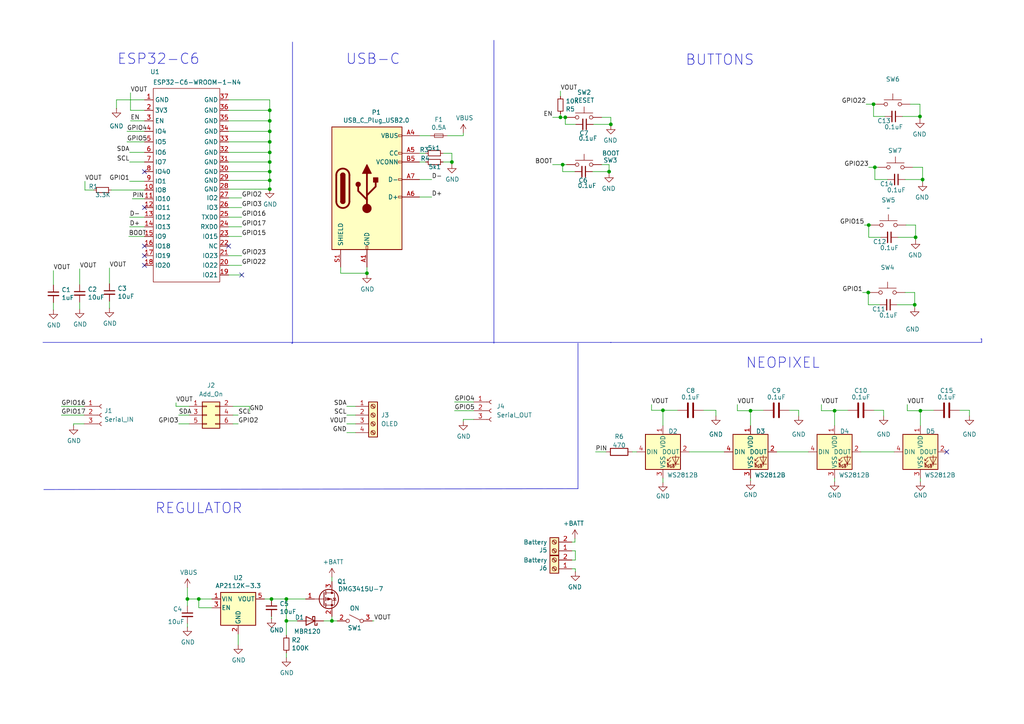
<source format=kicad_sch>
(kicad_sch (version 20231120) (generator "eeschema") (generator_version "8.0")
  (paper "A4")
  (lib_symbols
    (symbol "Connector:Conn_01x03_Socket" (pin_names (offset 1.016) hide)
      (property "Reference" "J" (at 0 5.08 0))
      (property "Value" "Conn_01x03_Socket" (at 0 -5.08 0))
      (symbol "Conn_01x03_Socket_1_1"
        (pin passive line (at -5.08 2.54 0) (length 3.81) (name "Pin_1") (number "1"))
        (pin passive line (at -5.08 0 0) (length 3.81) (name "Pin_2") (number "2"))
        (pin passive line (at -5.08 -2.54 0) (length 3.81) (name "Pin_3") (number "3"))
      )
    )
    (symbol "Connector:Screw_Terminal_01x02" (pin_names (offset 1.016) hide)
      (property "Reference" "J" (at 0 2.54 0))
      (property "Value" "Screw_Terminal_01x02" (at 0 -5.08 0))
      (symbol "Screw_Terminal_01x02_1_1"
        (pin passive line (at -5.08 0 0) (length 3.81) (name "Pin_1") (number "1"))
        (pin passive line (at -5.08 -2.54 0) (length 3.81) (name "Pin_2") (number "2"))
      )
    )
    (symbol "Connector:Screw_Terminal_01x04" (pin_names (offset 1.016) hide)
      (property "Reference" "J" (at 0 5.08 0))
      (property "Value" "Screw_Terminal_01x04" (at 0 -7.62 0))
      (symbol "Screw_Terminal_01x04_1_1"
        (pin passive line (at -5.08 2.54 0) (length 3.81) (name "Pin_1") (number "1"))
        (pin passive line (at -5.08 0 0) (length 3.81) (name "Pin_2") (number "2"))
        (pin passive line (at -5.08 -2.54 0) (length 3.81) (name "Pin_3") (number "3"))
        (pin passive line (at -5.08 -5.08 0) (length 3.81) (name "Pin_4") (number "4"))
      )
    )
    (symbol "Connector_Generic:Conn_02x03_Odd_Even" (pin_names (offset 1.016) hide)
      (property "Reference" "J" (at 1.27 5.08 0))
      (property "Value" "Conn_02x03_Odd_Even" (at 1.27 -5.08 0))
      (symbol "Conn_02x03_Odd_Even_1_1"
        (pin passive line (at -5.08 2.54 0) (length 3.81) (name "Pin_1") (number "1"))
        (pin passive line (at 7.62 2.54 180) (length 3.81) (name "Pin_2") (number "2"))
        (pin passive line (at -5.08 0 0) (length 3.81) (name "Pin_3") (number "3"))
        (pin passive line (at 7.62 0 180) (length 3.81) (name "Pin_4") (number "4"))
        (pin passive line (at -5.08 -2.54 0) (length 3.81) (name "Pin_5") (number "5"))
        (pin passive line (at 7.62 -2.54 180) (length 3.81) (name "Pin_6") (number "6"))
      )
    )
    (symbol "Device:C" (pin_numbers hide) (pin_names (offset 0.254))
      (property "Reference" "C" (at 0.635 2.54 0))
      (property "Value" "C" (at 0.635 -2.54 0))
      (symbol "C_1_1"
        (pin passive line (at 0 3.81 270) (length 2.794) (name "~") (number "1"))
        (pin passive line (at 0 -3.81 90) (length 2.794) (name "~") (number "2"))
      )
    )
    (symbol "Device:C_Small" (pin_numbers hide) (pin_names (offset 0.254) hide)
      (property "Reference" "C" (at 0.254 1.778 0))
      (property "Value" "C_Small" (at 0.254 -2.032 0))
      (symbol "C_Small_1_1"
        (pin passive line (at 0 2.54 270) (length 2.032) (name "~") (number "1"))
        (pin passive line (at 0 -2.54 90) (length 2.032) (name "~") (number "2"))
      )
    )
    (symbol "Device:Fuse_Small" (pin_numbers hide) (pin_names (offset 0.254) hide)
      (property "Reference" "F" (at 0 -1.524 0))
      (property "Value" "Fuse_Small" (at 0 1.524 0))
      (symbol "Fuse_Small_1_1"
        (pin passive line (at -2.54 0 0) (length 1.27) (name "~") (number "1"))
        (pin passive line (at 2.54 0 180) (length 1.27) (name "~") (number "2"))
      )
    )
    (symbol "Device:Q_PMOS_GSD" (pin_names (offset 0) hide)
      (property "Reference" "Q" (at 5.08 1.27 0))
      (property "Value" "Q_PMOS_GSD" (at 5.08 -1.27 0))
      (symbol "Q_PMOS_GSD_1_1"
        (pin input line (at -5.08 0 0) (length 2.54) (name "G") (number "1"))
        (pin passive line (at 2.54 -5.08 90) (length 2.54) (name "S") (number "2"))
        (pin passive line (at 2.54 5.08 270) (length 2.54) (name "D") (number "3"))
      )
    )
    (symbol "Device:R" (pin_numbers hide) (pin_names (offset 0))
      (property "Reference" "R" (at 2.032 0 90))
      (property "Value" "R" (at 0 0 90))
      (symbol "R_1_1"
        (pin passive line (at 0 3.81 270) (length 1.27) (name "~") (number "1"))
        (pin passive line (at 0 -3.81 90) (length 1.27) (name "~") (number "2"))
      )
    )
    (symbol "Device:R_Small" (pin_numbers hide) (pin_names (offset 0.254) hide)
      (property "Reference" "R" (at 0.762 0.508 0))
      (property "Value" "R_Small" (at 0.762 -1.016 0))
      (symbol "R_Small_1_1"
        (pin passive line (at 0 2.54 270) (length 0.762) (name "~") (number "1"))
        (pin passive line (at 0 -2.54 90) (length 0.762) (name "~") (number "2"))
      )
    )
    (symbol "Diode:MBR340" (pin_numbers hide) (pin_names (offset 1.016) hide)
      (property "Reference" "D" (at 0 2.54 0))
      (property "Value" "MBR340" (at 0 -2.54 0))
      (symbol "MBR340_1_1"
        (pin passive line (at -3.81 0 0) (length 2.54) (name "K") (number "1"))
        (pin passive line (at 3.81 0 180) (length 2.54) (name "A") (number "2"))
      )
    )
    (symbol "GND_11" (power) (pin_names (offset 0))
      (property "Value" "GND_11" (at 0 -3.81 0))
      (symbol "GND_11_1_1"
        (pin power_in line (at 0 0 270) (length 0) hide (name "GND") (number "1"))
      )
    )
    (symbol "GND_12" (power) (pin_names (offset 0))
      (property "Value" "GND_12" (at 0 -3.81 0))
      (symbol "GND_12_1_1"
        (pin power_in line (at 0 0 270) (length 0) hide (name "GND") (number "1"))
      )
    )
    (symbol "GND_13" (power) (pin_names (offset 0))
      (property "Value" "GND_13" (at 0 -3.81 0))
      (symbol "GND_13_1_1"
        (pin power_in line (at 0 0 270) (length 0) hide (name "GND") (number "1"))
      )
    )
    (symbol "GND_14" (power) (pin_names (offset 0))
      (property "Value" "GND_14" (at 0 -3.81 0))
      (symbol "GND_14_1_1"
        (pin power_in line (at 0 0 270) (length 0) hide (name "GND") (number "1"))
      )
    )
    (symbol "GND_15" (power) (pin_names (offset 0))
      (property "Value" "GND_15" (at 0 -3.81 0))
      (symbol "GND_15_1_1"
        (pin power_in line (at 0 0 270) (length 0) hide (name "GND") (number "1"))
      )
    )
    (symbol "GND_16" (power) (pin_names (offset 0))
      (property "Value" "GND_16" (at 0 -3.81 0))
      (symbol "GND_16_1_1"
        (pin power_in line (at 0 0 270) (length 0) hide (name "GND") (number "1"))
      )
    )
    (symbol "HunterCat-NFC-rescue:AP2112K-3.3-Regulator_Linear" (pin_names (offset 0.254))
      (property "Reference" "U" (at -5.08 5.715 0))
      (property "Value" "AP2112K-3.3-Regulator_Linear" (at 0 5.715 0))
      (symbol "AP2112K-3.3-Regulator_Linear_1_1"
        (pin power_in line (at -7.62 2.54 0) (length 2.54) (name "VIN") (number "1"))
        (pin power_in line (at 0 -7.62 90) (length 2.54) (name "GND") (number "2"))
        (pin input line (at -7.62 0 0) (length 2.54) (name "EN") (number "3"))
        (pin no_connect line (at 7.62 0 180) (length 2.54) hide (name "NC") (number "4"))
        (pin power_out line (at 7.62 2.54 180) (length 2.54) (name "VOUT") (number "5"))
      )
    )
    (symbol "HunterCat-NFC-rescue:USB_C_Plug_USB2.0-Connector" (pin_names (offset 1.016))
      (property "Reference" "P" (at -10.16 19.05 0))
      (property "Value" "USB_C_Plug_USB2.0-Connector" (at 12.7 19.05 0))
      (symbol "USB_C_Plug_USB2.0-Connector_1_1"
        (pin power_in line (at 0 -22.86 90) (length 5.08) (name "GND") (number "A1"))
        (pin passive line (at 0 -22.86 90) (length 5.08) hide (name "GND") (number "A12"))
        (pin power_in line (at 15.24 15.24 180) (length 5.08) (name "VBUS") (number "A4"))
        (pin bidirectional line (at 15.24 10.16 180) (length 5.08) (name "CC") (number "A5"))
        (pin bidirectional line (at 15.24 -2.54 180) (length 5.08) (name "D+") (number "A6"))
        (pin bidirectional line (at 15.24 2.54 180) (length 5.08) (name "D-") (number "A7"))
        (pin passive line (at 15.24 15.24 180) (length 5.08) hide (name "VBUS") (number "A9"))
        (pin passive line (at 0 -22.86 90) (length 5.08) hide (name "GND") (number "B1"))
        (pin passive line (at 0 -22.86 90) (length 5.08) hide (name "GND") (number "B12"))
        (pin passive line (at 15.24 15.24 180) (length 5.08) hide (name "VBUS") (number "B4"))
        (pin bidirectional line (at 15.24 7.62 180) (length 5.08) (name "VCONN") (number "B5"))
        (pin passive line (at 15.24 15.24 180) (length 5.08) hide (name "VBUS") (number "B9"))
        (pin passive line (at -7.62 -22.86 90) (length 5.08) (name "SHIELD") (number "S1"))
      )
    )
    (symbol "LED:WS2812B" (pin_names (offset 0.254))
      (property "Reference" "D" (at 5.08 5.715 0))
      (property "Value" "WS2812B" (at 1.27 -5.715 0))
      (symbol "WS2812B_0_0"
        (text "RGB" (at 2.286 -4.191 0) (effects (font (size 0.762 0.762))))
      )
      (symbol "WS2812B_1_1"
        (pin power_in line (at 0 7.62 270) (length 2.54) (name "VDD") (number "1"))
        (pin output line (at 7.62 0 180) (length 2.54) (name "DOUT") (number "2"))
        (pin power_in line (at 0 -7.62 90) (length 2.54) (name "VSS") (number "3"))
        (pin input line (at -7.62 0 0) (length 2.54) (name "DIN") (number "4"))
      )
    )
    (symbol "Minino:ESP32-C6-WROOM-1U-N8"
      (property "Reference" "U4" (at -7.874 29.464 0))
      (property "Value" "~" (at 14.224 14.478 0))
      (symbol "ESP32-C6-WROOM-1U-N8_0_0"
        (text "" (at -20.32 -5.08 0) (effects (font (size 1.27 1.27))))
      )
      (symbol "ESP32-C6-WROOM-1U-N8_1_1"
        (pin power_in line (at -12.192 23.622 0) (length 2.54) (name "GND") (number "1"))
        (pin bidirectional line (at -12.192 -2.54 0) (length 2.54) (name "IO8") (number "10"))
        (pin bidirectional line (at -12.192 -5.08 0) (length 2.54) (name "IO10") (number "11"))
        (pin bidirectional line (at -12.192 -7.62 0) (length 2.54) (name "IO11") (number "12"))
        (pin bidirectional line (at -12.192 -10.414 0) (length 2.54) (name "IO12") (number "13"))
        (pin bidirectional line (at -12.192 -13.208 0) (length 2.54) (name "IO13") (number "14"))
        (pin bidirectional line (at -12.192 -16.002 0) (length 2.54) (name "IO9") (number "15"))
        (pin bidirectional line (at -12.192 -18.796 0) (length 2.54) (name "IO18") (number "16"))
        (pin bidirectional line (at -12.192 -21.59 0) (length 2.54) (name "IO19") (number "17"))
        (pin bidirectional line (at -12.192 -24.384 0) (length 2.54) (name "IO20") (number "18"))
        (pin bidirectional line (at 12.192 -27.178 180) (length 2.54) (name "IO21") (number "19"))
        (pin power_in line (at -12.192 20.574 0) (length 2.54) (name "3V3") (number "2"))
        (pin bidirectional line (at 12.192 -24.384 180) (length 2.54) (name "IO22") (number "20"))
        (pin bidirectional line (at 12.192 -21.59 180) (length 2.54) (name "IO23") (number "21"))
        (pin bidirectional line (at 12.192 -18.796 180) (length 2.54) (name "NC") (number "22"))
        (pin power_in line (at 12.192 -16.002 180) (length 2.54) (name "IO15") (number "23"))
        (pin bidirectional line (at 12.192 -13.208 180) (length 2.54) (name "RXD0") (number "24"))
        (pin bidirectional line (at 12.192 -10.414 180) (length 2.54) (name "TXD0") (number "25"))
        (pin bidirectional line (at 12.192 -7.62 180) (length 2.54) (name "IO3") (number "26"))
        (pin bidirectional line (at 12.192 -4.826 180) (length 2.54) (name "IO2") (number "27"))
        (pin power_in line (at 12.192 -2.286 180) (length 2.54) (name "GND") (number "28"))
        (pin power_in line (at 12.192 0.254 180) (length 2.54) (name "GND") (number "29"))
        (pin power_in line (at -12.192 17.526 0) (length 2.54) (name "EN") (number "3"))
        (pin power_in line (at 12.192 2.794 180) (length 2.54) (name "GND") (number "30"))
        (pin power_in line (at 12.192 5.588 180) (length 2.54) (name "GND") (number "31"))
        (pin power_in line (at 12.192 8.382 180) (length 2.54) (name "GND") (number "32"))
        (pin power_in line (at 12.192 11.43 180) (length 2.54) (name "GND") (number "33"))
        (pin power_in line (at 12.192 14.478 180) (length 2.54) (name "GND") (number "34"))
        (pin power_in line (at 12.192 17.526 180) (length 2.54) (name "GND") (number "35"))
        (pin power_in line (at 12.192 20.574 180) (length 2.54) (name "GND") (number "36"))
        (pin power_in line (at 12.192 23.622 180) (length 2.54) (name "GND") (number "37"))
        (pin bidirectional line (at -12.192 14.478 0) (length 2.54) (name "IO4") (number "4"))
        (pin bidirectional line (at -12.192 11.43 0) (length 2.54) (name "IO5") (number "5"))
        (pin bidirectional line (at -12.192 8.382 0) (length 2.54) (name "IO6") (number "6"))
        (pin bidirectional line (at -12.192 5.588 0) (length 2.54) (name "IO7") (number "7"))
        (pin bidirectional line (at -12.192 2.794 0) (length 2.54) (name "IO40") (number "8"))
        (pin bidirectional line (at -12.192 0 0) (length 2.54) (name "IO1") (number "9"))
      )
    )
    (symbol "Switch:SW_Push" (pin_numbers hide) (pin_names (offset 1.016) hide)
      (property "Reference" "SW" (at 1.27 2.54 0))
      (property "Value" "SW_Push" (at 0 -1.524 0))
      (symbol "SW_Push_0_1"
        (pin passive line (at -5.08 0 0) (length 2.54) (name "1") (number "1"))
        (pin passive line (at 5.08 0 180) (length 2.54) (name "2") (number "2"))
      )
    )
    (symbol "Switch:SW_SPST" (pin_names (offset 0) hide)
      (property "Reference" "SW1" (at 0 -2.032 0))
      (property "Value" "ON" (at 0 3.6576 0))
      (symbol "SW_SPST_1_1"
        (pin passive line (at 5.08 0 180) (length 2.54) (name "B") (number "2"))
        (pin passive line (at -5.08 0 0) (length 2.54) (name "A") (number "3"))
      )
    )
    (symbol "power:+BATT" (power) (pin_names (offset 0))
      (property "Value" "+BATT" (at 0 3.556 0))
      (symbol "+BATT_1_1"
        (pin power_in line (at 0 0 90) (length 0) hide (name "+BATT") (number "1"))
      )
    )
    (symbol "power:GND" (power) (pin_numbers hide) (pin_names (offset 0) hide)
      (property "Value" "GND" (at 0 -3.81 0))
      (symbol "GND_1_1"
        (pin power_in line (at 0 0 270) (length 0) (name "~") (number "1"))
      )
    )
    (symbol "power:VBUS" (power) (pin_names (offset 0))
      (property "Value" "VBUS" (at 0 3.81 0))
      (symbol "VBUS_1_1"
        (pin power_in line (at 0 0 90) (length 0) hide (name "VBUS") (number "1"))
      )
    )
  )
  (junction (at 78.232 38.1))
  (junction (at 265.557 68.834))
  (junction (at 266.827 33.782))
  (junction (at 78.232 54.864))
  (junction (at 265.303 88.392))
  (junction (at 177.165 36.068))
  (junction (at 242.062 119.126))
  (junction (at 253.365 30.226))
  (junction (at 83.058 173.736))
  (junction (at 163.957 34.036))
  (junction (at 253.746 48.514))
  (junction (at 78.232 44.196))
  (junction (at 176.657 49.784))
  (junction (at 163.195 47.752))
  (junction (at 78.232 49.784))
  (junction (at 266.954 119.126))
  (junction (at 83.058 180.086))
  (junction (at 192.278 118.999))
  (junction (at 57.658 173.736))
  (junction (at 96.266 180.086))
  (junction (at 251.968 65.278))
  (junction (at 217.678 119.126))
  (junction (at 78.74 173.736))
  (junction (at 131.064 46.99))
  (junction (at 78.232 52.324))
  (junction (at 106.426 79.248))
  (junction (at 251.841 84.836))
  (junction (at 162.56 34.036))
  (junction (at 78.232 46.99))
  (junction (at 54.356 173.736))
  (junction (at 78.232 35.052))
  (junction (at 267.589 52.07))
  (junction (at 78.232 41.148))
  (junction (at 78.232 32.004))
  (no_connect (at 41.91 74.168))
  (no_connect (at 70.104 79.756))
  (no_connect (at 41.91 49.784))
  (no_connect (at 41.91 76.962))
  (no_connect (at 274.574 131.064))
  (no_connect (at 41.91 71.374))
  (no_connect (at 66.294 71.374))
  (no_connect (at 41.91 60.198))
  (wire (pts (xy 267.589 52.07) (xy 262.509 52.07)))
  (wire (pts (xy 54.356 175.768) (xy 54.356 173.736)))
  (wire (pts (xy 131.826 119.126) (xy 137.414 119.126)))
  (wire (pts (xy 78.232 44.196) (xy 78.232 46.99)))
  (wire (pts (xy 69.088 122.936) (xy 67.564 122.936)))
  (wire (pts (xy 251.968 68.834) (xy 251.968 65.278)))
  (wire (pts (xy 252.349 84.836) (xy 251.841 84.836)))
  (wire (pts (xy 231.648 118.999) (xy 228.981 118.999)))
  (wire (pts (xy 217.678 119.126) (xy 217.678 123.444)))
  (wire (pts (xy 164.338 47.752) (xy 163.195 47.752)))
  (wire (pts (xy 162.56 33.02) (xy 162.56 34.036)))
  (wire (pts (xy 51.816 122.936) (xy 54.864 122.936)))
  (polyline (pts (xy 12.446 99.314) (xy 284.734 99.314)))
  (wire (pts (xy 17.78 117.856) (xy 24.384 117.856)))
  (wire (pts (xy 188.976 118.999) (xy 192.278 118.999)))
  (wire (pts (xy 160.2994 34.036) (xy 162.56 34.036)))
  (wire (pts (xy 250.19 84.836) (xy 251.841 84.836)))
  (wire (pts (xy 213.868 119.126) (xy 217.678 119.126)))
  (wire (pts (xy 66.294 54.864) (xy 78.232 54.864)))
  (wire (pts (xy 51.816 120.396) (xy 54.864 120.396)))
  (wire (pts (xy 97.79 180.086) (xy 96.266 180.086)))
  (wire (pts (xy 163.195 47.752) (xy 160.274 47.752)))
  (wire (pts (xy 266.954 118.999) (xy 270.764 118.999)))
  (wire (pts (xy 66.294 44.196) (xy 78.232 44.196)))
  (wire (pts (xy 238.252 119.126) (xy 242.062 119.126)))
  (wire (pts (xy 266.827 33.782) (xy 266.827 34.544)))
  (wire (pts (xy 188.976 117.348) (xy 188.976 118.999)))
  (wire (pts (xy 251.841 88.392) (xy 251.841 84.836)))
  (wire (pts (xy 251.206 30.226) (xy 253.365 30.226)))
  (wire (pts (xy 266.954 119.126) (xy 266.954 118.999)))
  (polyline (pts (xy 167.64 141.732) (xy 167.64 99.568)))
  (polyline (pts (xy 284.734 98.806) (xy 284.734 98.298)))
  (wire (pts (xy 21.336 122.936) (xy 24.384 122.936)))
  (wire (pts (xy 281.178 120.65) (xy 281.178 118.999)))
  (wire (pts (xy 106.426 77.47) (xy 106.426 79.248)))
  (wire (pts (xy 242.062 118.999) (xy 245.872 118.999)))
  (wire (pts (xy 69.088 183.896) (xy 69.088 187.071)))
  (wire (pts (xy 51.054 116.84) (xy 51.054 117.856)))
  (wire (pts (xy 255.143 88.392) (xy 251.841 88.392)))
  (wire (pts (xy 70.104 57.404) (xy 66.294 57.404)))
  (wire (pts (xy 86.233 180.086) (xy 83.058 180.086)))
  (wire (pts (xy 252.603 65.278) (xy 251.968 65.278)))
  (wire (pts (xy 131.064 46.99) (xy 131.064 47.625)))
  (wire (pts (xy 264.033 30.226) (xy 266.827 30.226)))
  (wire (pts (xy 177.165 34.036) (xy 177.165 36.068)))
  (wire (pts (xy 66.294 35.052) (xy 78.232 35.052)))
  (wire (pts (xy 33.782 28.956) (xy 33.782 31.496)))
  (wire (pts (xy 251.968 48.514) (xy 253.746 48.514)))
  (wire (pts (xy 24.638 55.118) (xy 27.178 55.118)))
  (wire (pts (xy 192.278 118.999) (xy 192.278 123.444)))
  (wire (pts (xy 165.862 157.226) (xy 166.751 157.226)))
  (wire (pts (xy 41.91 35.052) (xy 37.846 35.052)))
  (wire (pts (xy 267.589 48.514) (xy 267.589 52.07)))
  (wire (pts (xy 78.74 173.736) (xy 83.058 173.736)))
  (wire (pts (xy 54.356 173.736) (xy 57.658 173.736)))
  (wire (pts (xy 67.564 120.396) (xy 69.088 120.396)))
  (wire (pts (xy 78.232 49.784) (xy 78.232 52.324)))
  (wire (pts (xy 217.678 118.999) (xy 221.361 118.999)))
  (wire (pts (xy 199.898 131.064) (xy 210.058 131.064)))
  (wire (pts (xy 66.294 52.324) (xy 78.232 52.324)))
  (wire (pts (xy 165.862 162.433) (xy 166.878 162.433)))
  (wire (pts (xy 177.165 36.068) (xy 172.085 36.068)))
  (wire (pts (xy 31.75 77.724) (xy 31.75 82.296)))
  (wire (pts (xy 225.298 131.064) (xy 234.442 131.064)))
  (wire (pts (xy 23.114 77.978) (xy 23.114 82.55)))
  (wire (pts (xy 177.165 36.068) (xy 177.165 36.322)))
  (wire (pts (xy 249.682 131.064) (xy 259.334 131.064)))
  (wire (pts (xy 166.751 49.784) (xy 163.195 49.784)))
  (wire (pts (xy 70.104 62.992) (xy 66.294 62.992)))
  (wire (pts (xy 253.873 30.226) (xy 253.365 30.226)))
  (wire (pts (xy 165.862 164.973) (xy 166.878 164.973)))
  (wire (pts (xy 175.768 131.064) (xy 172.72 131.064)))
  (wire (pts (xy 174.498 47.752) (xy 176.657 47.752)))
  (wire (pts (xy 165.862 159.766) (xy 166.878 159.766)))
  (wire (pts (xy 253.746 48.514) (xy 254.635 48.514)))
  (wire (pts (xy 37.846 26.924) (xy 37.846 32.004)))
  (wire (pts (xy 76.708 173.736) (xy 78.74 173.736)))
  (wire (pts (xy 281.178 118.999) (xy 278.384 118.999)))
  (wire (pts (xy 96.266 178.816) (xy 96.266 180.086)))
  (wire (pts (xy 72.39 117.856) (xy 67.564 117.856)))
  (wire (pts (xy 78.232 35.052) (xy 78.232 38.1)))
  (wire (pts (xy 70.104 74.168) (xy 66.294 74.168)))
  (wire (pts (xy 41.91 28.956) (xy 33.782 28.956)))
  (wire (pts (xy 121.666 44.45) (xy 123.444 44.45)))
  (wire (pts (xy 70.104 79.756) (xy 66.294 79.756)))
  (wire (pts (xy 207.645 120.65) (xy 207.645 118.999)))
  (wire (pts (xy 70.104 68.58) (xy 66.294 68.58)))
  (wire (pts (xy 121.666 46.99) (xy 123.444 46.99)))
  (wire (pts (xy 253.365 33.782) (xy 253.365 30.226)))
  (wire (pts (xy 265.557 68.834) (xy 265.557 69.596)))
  (wire (pts (xy 36.83 38.1) (xy 41.91 38.1)))
  (wire (pts (xy 15.494 78.486) (xy 15.494 82.677)))
  (wire (pts (xy 103.124 125.476) (xy 100.584 125.476)))
  (wire (pts (xy 107.95 180.086) (xy 108.458 180.086)))
  (wire (pts (xy 23.114 87.63) (xy 23.114 89.662)))
  (wire (pts (xy 37.592 46.99) (xy 41.91 46.99)))
  (wire (pts (xy 213.868 117.348) (xy 213.868 119.126)))
  (wire (pts (xy 98.806 79.248) (xy 106.426 79.248)))
  (wire (pts (xy 266.827 33.782) (xy 261.747 33.782)))
  (wire (pts (xy 70.104 65.786) (xy 66.294 65.786)))
  (wire (pts (xy 103.124 117.856) (xy 100.584 117.856)))
  (wire (pts (xy 134.366 121.666) (xy 137.414 121.666)))
  (wire (pts (xy 262.509 84.836) (xy 265.303 84.836)))
  (polyline (pts (xy 143.256 11.684) (xy 143.256 99.568)))
  (wire (pts (xy 131.826 116.586) (xy 137.414 116.586)))
  (polyline (pts (xy 84.582 99.568) (xy 84.836 99.568)))
  (wire (pts (xy 174.498 34.036) (xy 177.165 34.036)))
  (wire (pts (xy 83.058 189.357) (xy 83.058 190.754)))
  (wire (pts (xy 70.104 60.198) (xy 66.294 60.198)))
  (wire (pts (xy 78.74 178.816) (xy 78.74 179.451)))
  (wire (pts (xy 166.751 157.226) (xy 166.751 156.21)))
  (wire (pts (xy 78.232 52.324) (xy 78.232 54.864)))
  (wire (pts (xy 54.356 180.848) (xy 54.356 181.864)))
  (wire (pts (xy 266.954 119.126) (xy 266.954 123.444)))
  (wire (pts (xy 57.658 176.276) (xy 57.658 173.736)))
  (wire (pts (xy 192.278 139.954) (xy 192.278 138.684)))
  (polyline (pts (xy 284.734 98.806) (xy 284.734 99.314)))
  (wire (pts (xy 21.336 123.444) (xy 21.336 122.936)))
  (wire (pts (xy 242.062 119.126) (xy 242.062 118.999)))
  (wire (pts (xy 265.557 68.834) (xy 260.477 68.834)))
  (wire (pts (xy 121.666 39.37) (xy 124.714 39.37)))
  (wire (pts (xy 256.286 118.999) (xy 253.492 118.999)))
  (wire (pts (xy 103.124 122.936) (xy 100.584 122.936)))
  (wire (pts (xy 166.878 164.973) (xy 166.878 165.862)))
  (wire (pts (xy 66.294 41.148) (xy 78.232 41.148)))
  (wire (pts (xy 253.746 52.07) (xy 253.746 48.514)))
  (wire (pts (xy 166.878 159.766) (xy 166.878 162.433)))
  (wire (pts (xy 262.763 65.278) (xy 265.557 65.278)))
  (wire (pts (xy 66.294 46.99) (xy 78.232 46.99)))
  (wire (pts (xy 256.667 33.782) (xy 253.365 33.782)))
  (wire (pts (xy 128.524 44.45) (xy 131.064 44.45)))
  (wire (pts (xy 162.56 26.416) (xy 162.56 27.94)))
  (wire (pts (xy 265.303 88.392) (xy 265.303 89.154)))
  (wire (pts (xy 37.592 44.196) (xy 41.91 44.196)))
  (wire (pts (xy 134.366 39.37) (xy 134.366 38.608)))
  (polyline (pts (xy 284.48 98.298) (xy 284.734 98.298)))
  (wire (pts (xy 32.258 55.118) (xy 41.91 55.118)))
  (wire (pts (xy 176.657 49.784) (xy 171.831 49.784)))
  (wire (pts (xy 192.278 118.999) (xy 196.469 118.999)))
  (wire (pts (xy 78.232 38.1) (xy 78.232 41.148)))
  (wire (pts (xy 163.195 49.784) (xy 163.195 47.752)))
  (wire (pts (xy 78.232 32.004) (xy 78.232 35.052)))
  (wire (pts (xy 66.294 38.1) (xy 78.232 38.1)))
  (wire (pts (xy 78.232 46.99) (xy 78.232 49.784)))
  (wire (pts (xy 167.005 36.068) (xy 163.957 36.068)))
  (wire (pts (xy 98.806 77.47) (xy 98.806 79.248)))
  (wire (pts (xy 183.388 131.064) (xy 184.658 131.064)))
  (wire (pts (xy 231.648 120.65) (xy 231.648 118.999)))
  (wire (pts (xy 217.678 139.446) (xy 217.678 138.684)))
  (polyline (pts (xy 12.7 141.986) (xy 167.64 141.732)))
  (wire (pts (xy 66.294 32.004) (xy 78.232 32.004)))
  (wire (pts (xy 267.589 52.07) (xy 267.589 52.832)))
  (wire (pts (xy 242.062 138.684) (xy 242.062 139.7)))
  (wire (pts (xy 78.232 28.956) (xy 78.232 32.004)))
  (wire (pts (xy 128.524 46.99) (xy 131.064 46.99)))
  (wire (pts (xy 163.957 34.036) (xy 162.56 34.036)))
  (wire (pts (xy 38.354 57.658) (xy 41.91 57.658)))
  (wire (pts (xy 265.303 84.836) (xy 265.303 88.392)))
  (wire (pts (xy 51.054 117.856) (xy 54.864 117.856)))
  (wire (pts (xy 57.658 176.276) (xy 61.468 176.276)))
  (wire (pts (xy 36.83 41.148) (xy 41.91 41.148)))
  (wire (pts (xy 57.658 173.736) (xy 61.468 173.736)))
  (wire (pts (xy 217.678 118.999) (xy 217.678 119.126)))
  (wire (pts (xy 266.827 30.226) (xy 266.827 33.782)))
  (wire (pts (xy 266.954 138.684) (xy 266.954 139.7)))
  (wire (pts (xy 176.657 47.752) (xy 176.657 49.784)))
  (wire (pts (xy 17.78 120.396) (xy 24.384 120.396)))
  (wire (pts (xy 31.75 87.376) (xy 31.75 89.408)))
  (wire (pts (xy 78.232 41.148) (xy 78.232 44.196)))
  (wire (pts (xy 265.557 65.278) (xy 265.557 68.834)))
  (wire (pts (xy 207.645 118.999) (xy 204.089 118.999)))
  (wire (pts (xy 256.286 120.65) (xy 256.286 118.999)))
  (wire (pts (xy 264.795 48.514) (xy 267.589 48.514)))
  (polyline (pts (xy 84.836 12.192) (xy 84.836 99.568)))
  (wire (pts (xy 103.124 120.396) (xy 100.584 120.396)))
  (wire (pts (xy 255.397 68.834) (xy 251.968 68.834)))
  (wire (pts (xy 37.338 68.58) (xy 41.91 68.58)))
  (wire (pts (xy 250.698 65.278) (xy 251.968 65.278)))
  (wire (pts (xy 121.666 52.07) (xy 125.222 52.07)))
  (wire (pts (xy 163.957 36.068) (xy 163.957 34.036)))
  (wire (pts (xy 106.426 79.248) (xy 106.426 79.502)))
  (wire (pts (xy 66.294 28.956) (xy 78.232 28.956)))
  (wire (pts (xy 263.144 117.348) (xy 263.144 119.126)))
  (wire (pts (xy 265.303 88.392) (xy 260.223 88.392)))
  (wire (pts (xy 131.064 44.45) (xy 131.064 46.99)))
  (wire (pts (xy 242.062 119.126) (xy 242.062 123.444)))
  (wire (pts (xy 257.429 52.07) (xy 253.746 52.07)))
  (wire (pts (xy 96.266 180.086) (xy 93.853 180.086)))
  (wire (pts (xy 83.058 180.086) (xy 83.058 184.277)))
  (wire (pts (xy 129.794 39.37) (xy 134.366 39.37)))
  (wire (pts (xy 176.657 49.784) (xy 176.657 50.292)))
  (wire (pts (xy 37.592 65.786) (xy 41.91 65.786)))
  (wire (pts (xy 37.846 32.004) (xy 41.91 32.004)))
  (wire (pts (xy 83.058 180.086) (xy 83.058 173.736)))
  (wire (pts (xy 37.592 52.578) (xy 41.91 52.578)))
  (wire (pts (xy 66.294 49.784) (xy 78.232 49.784)))
  (wire (pts (xy 72.39 119.38) (xy 72.39 117.856)))
  (wire (pts (xy 96.266 168.656) (xy 96.266 167.386)))
  (wire (pts (xy 263.144 119.126) (xy 266.954 119.126)))
  (wire (pts (xy 24.638 52.578) (xy 24.638 55.118)))
  (wire (pts (xy 54.356 170.434) (xy 54.356 173.736)))
  (wire (pts (xy 238.252 117.348) (xy 238.252 119.126)))
  (wire (pts (xy 15.494 87.757) (xy 15.494 89.916)))
  (wire (pts (xy 134.366 122.174) (xy 134.366 121.666)))
  (wire (pts (xy 164.338 34.036) (xy 163.957 34.036)))
  (wire (pts (xy 121.666 57.15) (xy 125.222 57.15)))
  (polyline (pts (xy 177.292 99.314) (xy 177.038 99.314)))
  (wire (pts (xy 88.646 173.736) (xy 83.058 173.736)))
  (wire (pts (xy 66.294 76.962) (xy 70.104 76.962)))
  (wire (pts (xy 37.592 62.992) (xy 41.91 62.992)))
  (text "ESP32-C6" (at 45.974 17.272 0) (effects (font (size 3 3))))
  (text "NEOPIXEL" (at 227.076 105.41 0) (effects (font (size 3 3))))
  (text "USB-C" (at 108.204 17.272 0) (effects (font (size 3 3))))
  (text "REGULATOR" (at 57.658 147.574 0) (effects (font (size 3 3))))
  (text "BUTTONS" (at 208.788 17.526 0) (effects (font (size 3 3))))
  (label "SDA" (at 51.816 120.396 0))
  (label "SCL" (at 37.592 46.99 180))
  (label "VOUT" (at 24.638 52.578 0))
  (label "GPIO3" (at 70.104 60.198 0))
  (label "GPIO15" (at 70.104 68.58 0))
  (label "GPIO17" (at 17.78 120.396 0))
  (label "GPIO17" (at 70.104 65.786 0))
  (label "GPIO5" (at 131.826 119.126 0))
  (label "SCL" (at 69.088 120.396 0))
  (label "GPIO16" (at 17.78 117.856 0))
  (label "PIN" (at 172.72 131.064 0))
  (label "BOOT" (at 37.338 68.58 0))
  (label "VOUT" (at 213.868 117.348 0))
  (label "EN" (at 37.846 35.052 0))
  (label "GPIO2" (at 69.088 122.936 0))
  (label "D-" (at 37.592 62.992 0))
  (label "GPIO4" (at 36.83 38.1 0))
  (label "VOUT" (at 263.144 117.348 0))
  (label "VOUT" (at 23.114 77.978 0))
  (label "GPIO15" (at 250.698 65.278 180))
  (label "VOUT" (at 238.252 117.348 0))
  (label "D+" (at 37.592 65.786 0))
  (label "GPIO3" (at 51.816 122.936 180))
  (label "GPIO23" (at 251.968 48.514 180))
  (label "GPIO1" (at 37.592 52.578 180))
  (label "VOUT" (at 162.56 26.416 0))
  (label "GPIO16" (at 70.104 62.992 0))
  (label "GND" (at 100.584 125.476 180))
  (label "GPIO22" (at 70.104 76.962 0))
  (label "SCL" (at 100.584 120.396 180))
  (label "VOUT" (at 108.458 180.086 0))
  (label "SDA" (at 37.592 44.196 180))
  (label "VOUT" (at 51.054 116.84 0))
  (label "D+" (at 125.222 57.15 0))
  (label "PIN" (at 38.354 57.658 0))
  (label "GPIO22" (at 251.206 30.226 180))
  (label "GND" (at 72.39 119.38 0))
  (label "GPIO23" (at 70.104 74.168 0))
  (label "EN" (at 160.2994 34.036 180))
  (label "GPIO1" (at 250.19 84.836 180))
  (label "GPIO2" (at 70.104 57.404 0))
  (label "VOUT" (at 31.75 77.724 0))
  (label "VOUT" (at 188.976 117.348 0))
  (label "D-" (at 125.222 52.07 0))
  (label "BOOT" (at 160.274 47.752 180))
  (label "VOUT" (at 100.584 122.936 180))
  (label "GPIO4" (at 131.826 116.586 0))
  (label "SDA" (at 100.584 117.856 180))
  (label "GPIO5" (at 36.83 41.148 0))
  (label "VOUT" (at 37.846 26.924 0))
  (label "VOUT" (at 15.494 78.486 0))
  (symbol (lib_id "power:GND") (at 265.557 69.596 0) (mirror y) (unit 1)
    (property "Reference" "#PWR028" (effects (hide yes)))
    (property "Value" "GND" (at 265.43 73.9902 0))
  )
  (symbol (lib_id "LED:WS2812B") (at 217.678 131.064 0) (unit 1)
    (property "Reference" "D3" (at 220.599 125.095 0))
    (property "Value" "WS2812B" (at 223.393 137.795 0))
    (property "Footprint" "LED_SMD:LED_WS2812B-Mini_PLCC4_3.5x3.5mm" (effects (hide yes)))
    (property "LCSC#" "C527089" (effects (hide yes)))
    (property "Proveedor" "LCSC" (effects (hide yes)))
  )
  (symbol (lib_id "Device:C") (at 274.574 118.999 270) (unit 1)
    (property "Reference" "C15" (at 274.574 113.284 90))
    (property "Value" "0.1uF" (at 274.574 115.189 90))
    (property "Footprint" "Capacitor_SMD:C_0603_1608Metric" (effects (hide yes)))
    (property "LCSC#" "C478888" (effects (hide yes)))
    (property "Proveedor" "Mouser" (effects (hide yes)))
    (property "manf#" "KAM15AR71C104KM" (effects (hide yes)))
  )
  (symbol (lib_id "power:GND") (at 78.232 54.864 0) (unit 1)
    (property "Reference" "#PWR09" (effects (hide yes)))
    (property "Value" "GND" (at 78.359 59.2582 0))
  )
  (symbol (lib_id "Switch:SW_Push") (at 257.683 65.278 0) (mirror y) (unit 1)
    (property "Reference" "SW5" (at 257.683 58.039 0))
    (property "Value" "~" (at 257.683 60.3504 0))
    (property "Footprint" "Button_Switch_SMD:SW_SPST_TL3342" (effects (hide yes)))
    (property "manf#" "TL3342F160QG" (effects (hide yes)))
    (property "LCSC#" "C2886897" (effects (hide yes)))
    (property "provedor" "LCSC" (effects (hide yes)))
    (property "Proveedor" "Mouser" (effects (hide yes)))
  )
  (symbol (lib_id "Device:R_Small") (at 29.718 55.118 270) (unit 1)
    (property "Reference" "R1" (at 27.051 54.102 90))
    (property "Value" "3.3K" (at 29.845 56.515 90))
    (property "Footprint" "Resistor_SMD:R_0603_1608Metric" (effects (hide yes)))
    (property "manf#" "ERJ-3GEYJ332V " (effects (hide yes)))
    (property "Proveedor" "Mouser" (effects (hide yes)))
  )
  (symbol (lib_id "Connector:Screw_Terminal_01x02") (at 160.782 164.973 180) (unit 1)
    (property "Reference" "J6" (at 158.75 164.7698 0) (effects (justify left)))
    (property "Value" "Battery" (at 158.75 162.4584 0) (effects (justify left)))
    (property "Footprint" "bsides:BH-AA-A1AJ020" (effects (hide yes)))
    (property "LCSC#" "C5290193" (effects (hide yes)))
    (property "manf#" "-" (effects (hide yes)))
    (property "provedor" "-" (effects (hide yes)))
  )
  (symbol (lib_name "GND_12") (lib_id "power:GND") (at 217.678 139.446 0) (unit 1)
    (property "Reference" "#PWR023" (effects (hide yes)))
    (property "Value" "GND" (at 217.678 143.51 0))
  )
  (symbol (lib_id "Connector_Generic:Conn_02x03_Odd_Even") (at 59.944 120.396 0) (unit 1)
    (property "Reference" "J2" (at 61.214 111.76 0))
    (property "Value" "Add_On" (at 61.214 114.3 0))
    (property "Footprint" "Connector_PinSocket_2.54mm:PinSocket_2x03_P2.54mm_Vertical" (effects (hide yes)))
    (property "Description" "Generic connector, double row, 02x03, odd/even pin numbering scheme (row 1 odd numbers, row 2 even numbers), script generated (kicad-library-utils/schlib/autogen/connector/)" (effects (hide yes)))
  )
  (symbol (lib_id "power:GND") (at 176.657 50.292 0) (mirror y) (unit 1)
    (property "Reference" "#PWR019" (effects (hide yes)))
    (property "Value" "GND" (at 176.53 54.6862 0))
  )
  (symbol (lib_id "Device:R") (at 179.578 131.064 90) (unit 1)
    (property "Reference" "R6" (at 179.578 126.619 90))
    (property "Value" "470" (at 179.578 129.159 90))
    (property "Footprint" "Resistor_SMD:R_0603_1608Metric" (effects (hide yes)))
    (property "LCSC#" "C103661" (effects (hide yes)))
    (property "manf#" "ERJ-3RBD4700V " (effects (hide yes)))
    (property "Proveedor" "Mouser" (effects (hide yes)))
  )
  (symbol (lib_id "LED:WS2812B") (at 192.278 131.064 0) (unit 1)
    (property "Reference" "D2" (at 195.199 125.095 0))
    (property "Value" "WS2812B" (at 197.993 137.795 0))
    (property "Footprint" "LED_SMD:LED_WS2812B-Mini_PLCC4_3.5x3.5mm" (effects (hide yes)))
    (property "LCSC#" "C527089" (effects (hide yes)))
    (property "Proveedor" "LCSC" (effects (hide yes)))
  )
  (symbol (lib_id "power:GND") (at 78.74 179.451 0) (unit 1)
    (property "Reference" "#PWR010" (effects (hide yes)))
    (property "Value" "GND" (at 80.264 182.753 0))
  )
  (symbol (lib_id "Connector:Conn_01x03_Socket") (at 29.464 120.396 0) (unit 1)
    (property "Reference" "J1" (at 30.226 119.1259 0) (effects (justify left)))
    (property "Value" "Serial_IN" (at 30.226 121.6659 0) (effects (justify left)))
    (property "Footprint" "Connector_PinSocket_2.54mm:PinSocket_1x03_P2.54mm_Vertical" (effects (hide yes)))
    (property "Description" "Generic connector, single row, 01x03, script generated" (effects (hide yes)))
  )
  (symbol (lib_name "GND_14") (lib_id "power:GND") (at 281.178 120.65 0) (unit 1)
    (property "Reference" "#PWR032" (effects (hide yes)))
    (property "Value" "GND" (at 281.178 125.984 0))
  )
  (symbol (lib_id "power:GND") (at 166.878 165.862 0) (mirror y) (unit 1)
    (property "Reference" "#PWR018" (effects (hide yes)))
    (property "Value" "GND" (at 166.751 170.2562 0))
  )
  (symbol (lib_id "power:GND") (at 131.064 47.625 0) (unit 1)
    (property "Reference" "#PWR014" (effects (hide yes)))
    (property "Value" "GND" (at 131.191 52.0192 0))
  )
  (symbol (lib_id "Diode:MBR340") (at 90.043 180.086 180) (unit 1)
    (property "Reference" "D1" (at 86.868 179.07 0))
    (property "Value" "MBR120" (at 89.154 183.134 0))
    (property "Footprint" "Diode_SMD:D_SOD-123F" (effects (hide yes)))
    (property "provedor" "LCSC" (effects (hide yes)))
    (property "LCSC#" "C130880" (effects (hide yes)))
    (property "manf#" "MBR120LSFT1G" (effects (hide yes)))
    (property "Proveedor" "Mouser" (effects (hide yes)))
  )
  (symbol (lib_id "Switch:SW_Push") (at 169.418 34.036 0) (mirror y) (unit 1)
    (property "Reference" "SW2" (at 169.418 26.797 0))
    (property "Value" "RESET" (at 169.418 29.1084 0))
    (property "Footprint" "Button_Switch_SMD:SW_SPST_TL3342" (effects (hide yes)))
    (property "manf#" "TL3342F160QG" (effects (hide yes)))
    (property "LCSC#" "C318889" (effects (hide yes)))
    (property "provedor" "LCSC" (effects (hide yes)))
    (property "Proveedor" "Mouser" (effects (hide yes)))
  )
  (symbol (lib_id "Device:R_Small") (at 125.984 44.45 270) (unit 1)
    (property "Reference" "R3" (at 123.063 43.434 90))
    (property "Value" "5k1" (at 125.857 42.926 90))
    (property "Footprint" "Resistor_SMD:R_0603_1608Metric" (effects (hide yes)))
    (property "manf#" "AC0603DR-075K1L" (effects (hide yes)))
    (property "LCSC#" "C191782" (effects (hide yes)))
    (property "provedor" "LCSC" (effects (hide yes)))
    (property "Proveedor" "Mouser" (effects (hide yes)))
  )
  (symbol (lib_name "GND_11") (lib_id "power:GND") (at 192.278 139.954 0) (unit 1)
    (property "Reference" "#PWR021" (effects (hide yes)))
    (property "Value" "GND" (at 192.278 143.891 0))
  )
  (symbol (lib_id "power:GND") (at 54.356 181.864 0) (unit 1)
    (property "Reference" "#PWR07" (effects (hide yes)))
    (property "Value" "GND" (at 54.483 186.2582 0))
  )
  (symbol (lib_id "power:GND") (at 69.088 187.071 0) (unit 1)
    (property "Reference" "#PWR08" (effects (hide yes)))
    (property "Value" "GND" (at 69.215 191.4652 0))
  )
  (symbol (lib_id "LED:WS2812B") (at 242.062 131.064 0) (unit 1)
    (property "Reference" "D4" (at 244.983 125.095 0))
    (property "Value" "WS2812B" (at 247.777 137.795 0))
    (property "Footprint" "LED_SMD:LED_WS2812B-Mini_PLCC4_3.5x3.5mm" (effects (hide yes)))
    (property "LCSC#" "C527089" (effects (hide yes)))
    (property "Proveedor" "LCSC" (effects (hide yes)))
  )
  (symbol (lib_id "Device:C_Small") (at 54.356 178.308 0) (unit 1)
    (property "Reference" "C4" (at 50.165 176.657 0) (effects (justify left)))
    (property "Value" "10uF" (at 48.641 180.34 0) (effects (justify left)))
    (property "Footprint" "Capacitor_SMD:C_0603_1608Metric" (effects (hide yes)))
    (property "manf#" "GRM188R61E106KA73J" (effects (hide yes)))
    (property "provedor" "LCSC" (effects (hide yes)))
    (property "LCSC#" "C85713" (effects (hide yes)))
    (property "Proveedor" "Mouser" (effects (hide yes)))
  )
  (symbol (lib_name "GND_13") (lib_id "power:GND") (at 242.062 139.7 0) (unit 1)
    (property "Reference" "#PWR025" (effects (hide yes)))
    (property "Value" "GND" (at 242.062 143.637 0))
  )
  (symbol (lib_id "power:GND") (at 15.494 89.916 0) (unit 1)
    (property "Reference" "#PWR01" (effects (hide yes)))
    (property "Value" "GND" (at 15.621 94.3102 0))
  )
  (symbol (lib_id "Switch:SW_SPST") (at 102.87 180.086 0) (mirror y) (unit 1)
    (property "Reference" "SW1" (at 102.87 182.118 0))
    (property "Value" "ON" (at 102.87 176.4284 0))
    (property "Footprint" "bsides:MSK12C02" (effects (hide yes)))
    (property "LCSC#" "-" (effects (hide yes)))
    (property "manf#" "JS102011SAQN" (effects (hide yes)))
    (property "provedor" "MOUSER" (effects (hide yes)))
    (property "Proveedor" "Mouser" (effects (hide yes)))
  )
  (symbol (lib_id "power:VBUS") (at 54.356 170.434 0) (unit 1)
    (property "Reference" "#PWR06" (effects (hide yes)))
    (property "Value" "VBUS" (at 54.737 166.0398 0))
  )
  (symbol (lib_id "power:GND") (at 33.782 31.496 0) (unit 1)
    (property "Reference" "#PWR05" (effects (hide yes)))
    (property "Value" "GND" (at 33.782 36.576 0))
  )
  (symbol (lib_id "Device:C_Small") (at 15.494 85.217 0) (unit 1)
    (property "Reference" "C1" (at 17.8308 84.0486 0) (effects (justify left)))
    (property "Value" "1uF" (at 17.8308 86.36 0) (effects (justify left)))
    (property "Footprint" "Capacitor_SMD:C_0603_1608Metric" (effects (hide yes)))
    (property "manf#" "TMK107BJ105KA8T" (effects (hide yes)))
    (property "provedor" "LCSC" (effects (hide yes)))
    (property "LCSC#" "C15849" (effects (hide yes)))
    (property "Proveedor" "Mouser" (effects (hide yes)))
  )
  (symbol (lib_id "power:GND") (at 267.589 52.832 0) (mirror y) (unit 1)
    (property "Reference" "#PWR031" (effects (hide yes)))
    (property "Value" "GND" (at 267.462 57.2262 0))
  )
  (symbol (lib_id "power:GND") (at 23.114 89.662 0) (unit 1)
    (property "Reference" "#PWR03" (effects (hide yes)))
    (property "Value" "GND" (at 23.241 94.0562 0))
  )
  (symbol (lib_id "power:GND") (at 31.75 89.408 0) (unit 1)
    (property "Reference" "#PWR04" (effects (hide yes)))
    (property "Value" "GND" (at 31.877 93.8022 0))
  )
  (symbol (lib_id "power:GND") (at 106.426 79.502 0) (unit 1)
    (property "Reference" "#PWR013" (effects (hide yes)))
    (property "Value" "GND" (at 106.553 83.8962 0))
  )
  (symbol (lib_name "GND_16") (lib_id "power:GND") (at 207.645 120.65 0) (unit 1)
    (property "Reference" "#PWR022" (effects (hide yes)))
    (property "Value" "GND" (at 207.645 125.984 0))
  )
  (symbol (lib_id "Connector:Screw_Terminal_01x04") (at 108.204 120.396 0) (unit 1)
    (property "Reference" "J3" (at 110.49 120.3959 0) (effects (justify left)))
    (property "Value" "OLED" (at 110.49 122.9359 0) (effects (justify left)))
    (property "Footprint" "bsides:Display OLED 128 x32" (effects (hide yes)))
    (property "manf#" "Display OLED 128×32 0.91 I2C SSD1306 Blanco / Azul" (effects (hide yes)))
    (property "provedor" "UNIT Electronics" (effects (hide yes)))
  )
  (symbol (lib_id "Connector:Conn_01x03_Socket") (at 142.494 119.126 0) (unit 1)
    (property "Reference" "J4" (at 144.018 117.8559 0) (effects (justify left)))
    (property "Value" "Serial_OUT" (at 144.018 120.3959 0) (effects (justify left)))
    (property "Footprint" "Connector_PinHeader_2.54mm:PinHeader_1x03_P2.54mm_Vertical" (effects (hide yes)))
    (property "Description" "Generic connector, single row, 01x03, script generated" (effects (hide yes)))
  )
  (symbol (lib_id "power:GND") (at 265.303 89.154 0) (mirror y) (unit 1)
    (property "Reference" "#PWR027" (effects (hide yes)))
    (property "Value" "GND" (at 264.668 95.504 0))
  )
  (symbol (lib_id "HunterCat-NFC-rescue:AP2112K-3.3-Regulator_Linear") (at 69.088 176.276 0) (unit 1)
    (property "Reference" "U2" (at 69.088 167.5892 0))
    (property "Value" "AP2112K-3.3" (at 69.088 169.9006 0))
    (property "Footprint" "Package_TO_SOT_SMD:SOT-23-5" (effects (hide yes)))
    (property "manf#" "AP7365-33WG-7" (effects (hide yes)))
    (property "provedor" "LCSC" (effects (hide yes)))
    (property "LCSC#" "C150742" (effects (hide yes)))
    (property "Proveedor" "Mouser" (effects (hide yes)))
  )
  (symbol (lib_id "power:GND") (at 266.827 34.544 0) (mirror y) (unit 1)
    (property "Reference" "#PWR029" (effects (hide yes)))
    (property "Value" "GND" (at 266.7 38.9382 0))
  )
  (symbol (lib_id "Device:C_Small") (at 78.74 176.276 0) (unit 1)
    (property "Reference" "C5" (at 81.0768 175.1076 0) (effects (justify left)))
    (property "Value" "10uF" (at 81.0768 177.419 0) (effects (justify left)))
    (property "Footprint" "Capacitor_SMD:C_0603_1608Metric" (effects (hide yes)))
    (property "manf#" "GRM188R61E106KA73J" (effects (hide yes)))
    (property "provedor" "LCSC" (effects (hide yes)))
    (property "LCSC#" "C85713" (effects (hide yes)))
    (property "Proveedor" "Mouser" (effects (hide yes)))
  )
  (symbol (lib_id "power:GND") (at 134.366 122.174 0) (unit 1)
    (property "Reference" "#PWR016" (effects (hide yes)))
    (property "Value" "GND" (at 134.493 126.5682 0))
  )
  (symbol (lib_id "Device:C_Small") (at 259.969 52.07 270) (mirror x) (unit 1)
    (property "Reference" "C14" (at 257.175 53.34 90))
    (property "Value" "0.1uF" (at 259.969 55.118 90))
    (property "Footprint" "Capacitor_SMD:C_0603_1608Metric" (effects (hide yes)))
    (property "Description" "Unpolarized capacitor, small symbol" (effects (hide yes)))
    (property "LCSC#" "C478888" (effects (hide yes)))
    (property "Proveedor" "Mouser" (effects (hide yes)))
    (property "manf#" "KAM15AR71C104KM" (effects (hide yes)))
  )
  (symbol (lib_id "Switch:SW_Push") (at 258.953 30.226 0) (mirror y) (unit 1)
    (property "Reference" "SW6" (at 258.953 22.987 0))
    (property "Value" "RESET" (effects (hide yes)))
    (property "Footprint" "Button_Switch_SMD:SW_SPST_TL3342" (effects (hide yes)))
    (property "manf#" "TL3342F160QG" (effects (hide yes)))
    (property "LCSC#" "C318889" (effects (hide yes)))
    (property "provedor" "LCSC" (effects (hide yes)))
    (property "Proveedor" "Mouser" (effects (hide yes)))
  )
  (symbol (lib_id "Device:Fuse_Small") (at 127.254 39.37 0) (unit 1)
    (property "Reference" "F1" (at 127.254 34.671 0))
    (property "Value" "0.5A" (at 127.254 36.9824 0))
    (property "Footprint" "Fuse:Fuse_0805_2012Metric" (effects (hide yes)))
    (property "manf#" "MFU0805FF00750P100 " (effects (hide yes)))
    (property "provedor" "MOUSER" (effects (hide yes)))
    (property "Proveedor" "Mouser" (effects (hide yes)))
  )
  (symbol (lib_id "Device:C_Small") (at 23.114 85.09 0) (unit 1)
    (property "Reference" "C2" (at 25.4508 83.9216 0) (effects (justify left)))
    (property "Value" "10uF" (at 25.4508 86.233 0) (effects (justify left)))
    (property "Footprint" "Capacitor_SMD:C_0603_1608Metric" (effects (hide yes)))
    (property "manf#" "GRM188R61E106KA73J" (effects (hide yes)))
    (property "provedor" "LCSC" (effects (hide yes)))
    (property "LCSC#" "C85713" (effects (hide yes)))
    (property "Proveedor" "Mouser" (effects (hide yes)))
  )
  (symbol (lib_id "Device:C") (at 200.279 118.999 270) (unit 1)
    (property "Reference" "C8" (at 200.279 113.284 90))
    (property "Value" "0.1uF" (at 200.279 115.189 90))
    (property "Footprint" "Capacitor_SMD:C_0603_1608Metric" (effects (hide yes)))
    (property "LCSC#" "C478888" (effects (hide yes)))
    (property "Proveedor" "Mouser" (effects (hide yes)))
    (property "manf#" "KAM15AR71C104KM" (effects (hide yes)))
  )
  (symbol (lib_id "Switch:SW_Push") (at 169.418 47.752 0) (mirror y) (unit 1)
    (property "Reference" "SW3" (at 177.038 46.482 0))
    (property "Value" "BOOT" (at 177.165 44.45 0))
    (property "Footprint" "Button_Switch_SMD:SW_SPST_TL3342" (effects (hide yes)))
    (property "manf#" "TL3342F160QG" (effects (hide yes)))
    (property "LCSC#" "C318889" (effects (hide yes)))
    (property "provedor" "LCSC" (effects (hide yes)))
    (property "Proveedor" "Mouser" (effects (hide yes)))
  )
  (symbol (lib_id "Minino:ESP32-C6-WROOM-1U-N8") (at 54.102 52.578 0) (unit 1)
    (property "Reference" "U1" (at 44.958 20.828 0))
    (property "Value" "ESP32-C6-WROOM-1-N4" (at 57.15 23.876 0))
    (property "Footprint" "bsides:XCVR_ESP32-C6-WROOM-1-N8" (effects (hide yes)))
    (property "manf#" "ESP32-C6-WROOM-1-N4" (effects (hide yes)))
    (property "provedor" "MOUSER" (effects (hide yes)))
    (property "Proveedor" "Mouser" (effects (hide yes)))
  )
  (symbol (lib_name "GND_15") (lib_id "power:GND") (at 231.648 120.65 0) (unit 1)
    (property "Reference" "#PWR024" (effects (hide yes)))
    (property "Value" "GND" (at 231.648 125.984 0))
  )
  (symbol (lib_id "Switch:SW_Push") (at 257.429 84.836 0) (mirror y) (unit 1)
    (property "Reference" "SW4" (at 257.429 77.597 0))
    (property "Value" "RESET" (effects (hide yes)))
    (property "Footprint" "Button_Switch_SMD:SW_SPST_TL3342" (effects (hide yes)))
    (property "manf#" "TL3342F160QG" (effects (hide yes)))
    (property "LCSC#" "C318889" (effects (hide yes)))
    (property "provedor" "LCSC" (effects (hide yes)))
    (property "Proveedor" "Mouser" (effects (hide yes)))
  )
  (symbol (lib_name "GND_14") (lib_id "power:GND") (at 256.286 120.65 0) (unit 1)
    (property "Reference" "#PWR026" (effects (hide yes)))
    (property "Value" "GND" (at 256.286 125.984 0))
  )
  (symbol (lib_id "Switch:SW_Push") (at 259.715 48.514 0) (mirror y) (unit 1)
    (property "Reference" "SW7" (at 259.588 43.688 0))
    (property "Footprint" "Button_Switch_SMD:SW_SPST_TL3342" (effects (hide yes)))
    (property "manf#" "TL3342F160QG" (effects (hide yes)))
    (property "LCSC#" "C2886897" (effects (hide yes)))
    (property "provedor" "LCSC" (effects (hide yes)))
    (property "Proveedor" "Mouser" (effects (hide yes)))
  )
  (symbol (lib_id "Device:C_Small") (at 257.683 88.392 270) (mirror x) (unit 1)
    (property "Reference" "C11" (at 254.889 89.662 90))
    (property "Value" "0.1uF" (at 257.683 91.44 90))
    (property "Footprint" "Capacitor_SMD:C_0603_1608Metric" (effects (hide yes)))
    (property "Description" "Unpolarized capacitor, small symbol" (effects (hide yes)))
    (property "LCSC#" "C478888" (effects (hide yes)))
    (property "Proveedor" "Mouser" (effects (hide yes)))
    (property "manf#" "KAM15AR71C104KM" (effects (hide yes)))
  )
  (symbol (lib_id "power:+BATT") (at 96.266 167.386 0) (unit 1)
    (property "Reference" "#PWR012" (effects (hide yes)))
    (property "Value" "+BATT" (at 96.647 162.9918 0))
  )
  (symbol (lib_id "power:GND") (at 21.336 123.444 0) (unit 1)
    (property "Reference" "#PWR02" (effects (hide yes)))
    (property "Value" "GND" (at 21.463 127.8382 0))
  )
  (symbol (lib_id "Device:C_Small") (at 257.937 68.834 270) (mirror x) (unit 1)
    (property "Reference" "C12" (at 255.143 70.104 90))
    (property "Value" "0.1uF" (at 257.937 71.882 90))
    (property "Footprint" "Capacitor_SMD:C_0603_1608Metric" (effects (hide yes)))
    (property "Description" "Unpolarized capacitor, small symbol" (effects (hide yes)))
    (property "LCSC#" "C478888" (effects (hide yes)))
    (property "Proveedor" "Mouser" (effects (hide yes)))
    (property "manf#" "KAM15AR71C104KM" (effects (hide yes)))
  )
  (symbol (lib_id "Device:Q_PMOS_GSD") (at 93.726 173.736 0) (unit 1)
    (property "Reference" "Q1" (at 97.79 168.656 0) (effects (justify left)))
    (property "Value" "DMG3415U-7" (at 98.044 170.815 0) (effects (justify left)))
    (property "Footprint" "Package_TO_SOT_SMD:SOT-23" (effects (hide yes)))
    (property "LCSC#" "C96616" (effects (hide yes)))
    (property "manf#" "DMG3415UQ-7 " (effects (hide yes)))
    (property "provedor" "LCSC" (effects (hide yes)))
    (property "Proveedor" "Mouser" (effects (hide yes)))
  )
  (symbol (lib_id "Device:R_Small") (at 125.984 46.99 270) (unit 1)
    (property "Reference" "R4" (at 123.317 45.974 90))
    (property "Value" "5k1" (at 126.111 48.387 90))
    (property "Footprint" "Resistor_SMD:R_0603_1608Metric" (effects (hide yes)))
    (property "manf#" "AC0603DR-075K1L" (effects (hide yes)))
    (property "LCSC#" "C191782" (effects (hide yes)))
    (property "provedor" "LCSC" (effects (hide yes)))
    (property "Proveedor" "Mouser" (effects (hide yes)))
  )
  (symbol (lib_id "Device:C") (at 249.682 118.999 270) (unit 1)
    (property "Reference" "C10" (at 249.682 113.284 90))
    (property "Value" "0.1uF" (at 249.682 115.189 90))
    (property "Footprint" "Capacitor_SMD:C_0603_1608Metric" (effects (hide yes)))
    (property "LCSC#" "C478888" (effects (hide yes)))
    (property "Proveedor" "Mouser" (effects (hide yes)))
    (property "manf#" "KAM15AR71C104KM" (effects (hide yes)))
  )
  (symbol (lib_id "Device:C_Small") (at 31.75 84.836 0) (unit 1)
    (property "Reference" "C3" (at 34.0868 83.6676 0) (effects (justify left)))
    (property "Value" "10uF" (at 34.0868 85.979 0) (effects (justify left)))
    (property "Footprint" "Capacitor_SMD:C_0603_1608Metric" (effects (hide yes)))
    (property "manf#" "GRM188R61E106KA73J" (effects (hide yes)))
    (property "provedor" "LCSC" (effects (hide yes)))
    (property "LCSC#" "C85713" (effects (hide yes)))
    (property "Proveedor" "Mouser" (effects (hide yes)))
  )
  (symbol (lib_id "Connector:Screw_Terminal_01x02") (at 160.782 159.766 180) (unit 1)
    (property "Reference" "J5" (at 158.75 159.5628 0) (effects (justify left)))
    (property "Value" "Battery" (at 158.75 157.2514 0) (effects (justify left)))
    (property "Footprint" "bsides:BH-AA-A1AJ020" (effects (hide yes)))
    (property "LCSC#" "C5290193" (effects (hide yes)))
    (property "manf#" "-" (effects (hide yes)))
    (property "provedor" "-" (effects (hide yes)))
  )
  (symbol (lib_id "Device:C") (at 225.171 118.999 270) (unit 1)
    (property "Reference" "C9" (at 225.171 113.284 90))
    (property "Value" "0.1uF" (at 225.171 115.189 90))
    (property "Footprint" "Capacitor_SMD:C_0603_1608Metric" (effects (hide yes)))
    (property "LCSC#" "C478888" (effects (hide yes)))
    (property "Proveedor" "Mouser" (effects (hide yes)))
    (property "manf#" "KAM15AR71C104KM" (effects (hide yes)))
  )
  (symbol (lib_id "Device:C_Small") (at 259.207 33.782 270) (mirror x) (unit 1)
    (property "Reference" "C13" (at 256.413 35.052 90))
    (property "Value" "0.1uF" (at 259.207 36.83 90))
    (property "Footprint" "Capacitor_SMD:C_0603_1608Metric" (effects (hide yes)))
    (property "Description" "Unpolarized capacitor, small symbol" (effects (hide yes)))
    (property "LCSC#" "C478888" (effects (hide yes)))
    (property "Proveedor" "Mouser" (effects (hide yes)))
    (property "manf#" "KAM15AR71C104KM" (effects (hide yes)))
  )
  (symbol (lib_id "power:+BATT") (at 166.751 156.21 0) (mirror y) (unit 1)
    (property "Reference" "#PWR017" (effects (hide yes)))
    (property "Value" "+BATT" (at 166.37 151.8158 0))
  )
  (symbol (lib_id "power:VBUS") (at 134.366 38.608 0) (unit 1)
    (property "Reference" "#PWR015" (effects (hide yes)))
    (property "Value" "VBUS" (at 134.747 34.2138 0))
  )
  (symbol (lib_id "Device:C_Small") (at 169.545 36.068 270) (mirror x) (unit 1)
    (property "Reference" "C7" (at 168.021 38.608 90) (effects (justify left)))
    (property "Value" "0.1uF" (at 167.767 40.132 90) (effects (justify left)))
    (property "Footprint" "Capacitor_SMD:C_0603_1608Metric" (effects (hide yes)))
    (property "manf#" "KAM15AR71C104KM" (effects (hide yes)))
    (property "provedor" "LCSC" (effects (hide yes)))
    (property "LCSC#" "C478888" (effects (hide yes)))
    (property "Proveedor" "Mouser" (effects (hide yes)))
  )
  (symbol (lib_id "Device:R_Small") (at 162.56 30.48 0) (mirror x) (unit 1)
    (property "Reference" "R5" (at 164.0586 31.6484 0) (effects (justify left)))
    (property "Value" "10K" (at 164.0586 29.337 0) (effects (justify left)))
    (property "Footprint" "Resistor_SMD:R_0603_1608Metric" (effects (hide yes)))
    (property "manf#" "RMC1/16K1002DTP" (effects (hide yes)))
    (property "LCSC#" "C217281" (effects (hide yes)))
    (property "provedor" "LCSC" (effects (hide yes)))
    (property "Proveedor" "Mouser" (effects (hide yes)))
  )
  (symbol (lib_id "power:GND") (at 177.165 36.322 0) (mirror y) (unit 1)
    (property "Reference" "#PWR020" (effects (hide yes)))
    (property "Value" "GND" (at 177.038 40.7162 0))
  )
  (symbol (lib_id "HunterCat-NFC-rescue:USB_C_Plug_USB2.0-Connector") (at 106.426 54.61 0) (unit 1)
    (property "Reference" "P1" (at 109.1438 32.5882 0))
    (property "Value" "USB_C_Plug_USB2.0" (at 109.1438 34.8996 0))
    (property "Footprint" "bsides:C393939" (effects (hide yes)))
    (property "manf#" "USB4105-GF-A " (effects (hide yes)))
    (property "LCSC#" "C2987386" (effects (hide yes)))
    (property "provedor" "LCSC" (effects (hide yes)))
    (property "Proveedor" "Mouser" (effects (hide yes)))
  )
  (symbol (lib_id "Device:C_Small") (at 169.291 49.784 270) (mirror x) (unit 1)
    (property "Reference" "C6" (at 167.767 52.324 90) (effects (justify left)))
    (property "Value" "0.1uF" (at 167.513 53.848 90) (effects (justify left)))
    (property "Footprint" "Capacitor_SMD:C_0603_1608Metric" (effects (hide yes)))
    (property "manf#" "KAM15AR71C104KM" (effects (hide yes)))
    (property "provedor" "LCSC" (effects (hide yes)))
    (property "LCSC#" "C478888" (effects (hide yes)))
    (property "Proveedor" "Mouser" (effects (hide yes)))
  )
  (symbol (lib_id "Device:R_Small") (at 83.058 186.817 0) (unit 1)
    (property "Reference" "R2" (at 84.5566 185.6486 0) (effects (justify left)))
    (property "Value" "100K" (at 84.5566 187.96 0) (effects (justify left)))
    (property "Footprint" "Resistor_SMD:R_0603_1608Metric" (effects (hide yes)))
    (property "manf#" "RC0603DR-07100KL" (effects (hide yes)))
    (property "LCSC#" "C25803" (effects (hide yes)))
    (property "provedor" "LCSC" (effects (hide yes)))
    (property "Proveedor" "Mouser" (effects (hide yes)))
  )
  (symbol (lib_name "GND_13") (lib_id "power:GND") (at 266.954 139.7 0) (unit 1)
    (property "Reference" "#PWR030" (effects (hide yes)))
    (property "Value" "GND" (at 266.954 143.637 0))
  )
  (symbol (lib_id "LED:WS2812B") (at 266.954 131.064 0) (unit 1)
    (property "Reference" "D5" (at 269.875 125.095 0))
    (property "Value" "WS2812B" (at 272.669 137.795 0))
    (property "Footprint" "LED_SMD:LED_WS2812B-Mini_PLCC4_3.5x3.5mm" (effects (hide yes)))
    (property "LCSC#" "C527089" (effects (hide yes)))
    (property "Proveedor" "LCSC" (effects (hide yes)))
  )
  (symbol (lib_id "power:GND") (at 83.058 190.754 0) (unit 1)
    (property "Reference" "#PWR011" (effects (hide yes)))
    (property "Value" "GND" (at 83.185 195.1482 0))
  )
)
</source>
